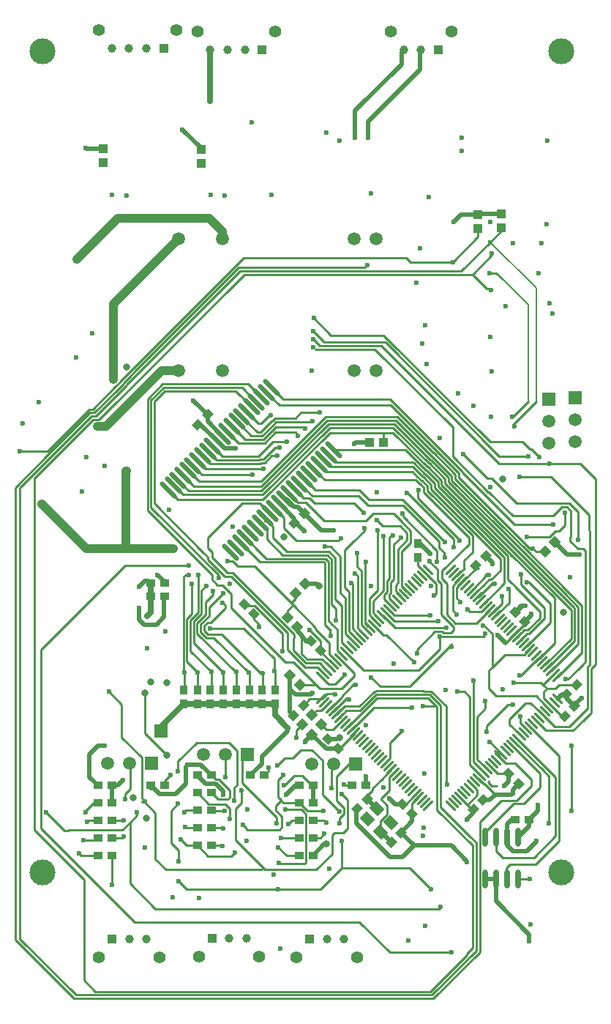
<source format=gbl>
%FSDAX23Y23*%
%MOIN*%
%SFA1B1*%

%IPPOS*%
%AMD28*
4,1,4,0.000000,-0.027700,0.027700,0.000000,0.000000,0.027700,-0.027700,0.000000,0.000000,-0.027700,0.0*
%
%AMD81*
4,1,4,-0.000600,0.027100,-0.027100,0.000600,0.000600,-0.027100,0.027100,-0.000600,-0.000600,0.027100,0.0*
%
%AMD82*
4,1,4,-0.027100,-0.000600,-0.000600,-0.027100,0.027100,0.000600,0.000600,0.027100,-0.027100,-0.000600,0.0*
%
%AMD83*
4,1,4,0.035400,-0.003500,-0.003500,0.035400,-0.035400,0.003500,0.003500,-0.035400,0.035400,-0.003500,0.0*
%
%AMD84*
4,1,4,0.024300,0.016000,0.016000,0.024300,-0.024300,-0.016000,-0.016000,-0.024300,0.024300,0.016000,0.0*
1,1,0.011810,0.020200,0.020200*
1,1,0.011810,-0.020200,-0.020200*
%
%AMD85*
4,1,4,-0.016000,0.024300,-0.024300,0.016000,0.016000,-0.024300,0.024300,-0.016000,-0.016000,0.024300,0.0*
1,1,0.011810,-0.020200,0.020200*
1,1,0.011810,0.020200,-0.020200*
%
%AMD86*
4,1,4,-0.027700,0.000000,0.000000,-0.027700,0.027700,0.000000,0.000000,0.027700,-0.027700,0.000000,0.0*
%
%AMD87*
4,1,4,0.020900,-0.036100,0.036100,-0.020900,-0.020900,0.036100,-0.036100,0.020900,0.020900,-0.036100,0.0*
1,1,0.021650,0.028500,-0.028500*
1,1,0.021650,-0.028500,0.028500*
%
%ADD10R,0.037400X0.039370*%
%ADD12R,0.039370X0.039370*%
%ADD13R,0.039370X0.039370*%
%ADD17R,0.039370X0.037400*%
%ADD20O,0.023620X0.086610*%
G04~CAMADD=28~10~0.0~393.7~0.0~0.0~0.0~0.0~0~0.0~0.0~0.0~0.0~0~0.0~0.0~0.0~0.0~0~0.0~0.0~0.0~225.0~393.7~0.0*
%ADD28D28*%
%ADD41C,0.009840*%
%ADD42C,0.019690*%
%ADD43C,0.010000*%
%ADD44C,0.039370*%
%ADD45C,0.031500*%
%ADD46C,0.027560*%
%ADD60C,0.055120*%
%ADD61C,0.039370*%
%ADD62R,0.059060X0.059060*%
%ADD63C,0.059060*%
%ADD64C,0.118110*%
%ADD65R,0.059060X0.059060*%
%ADD66C,0.031500*%
%ADD67C,0.023620*%
%ADD69C,0.007870*%
G04~CAMADD=81~9~0.0~0.0~374.0~393.7~0.0~0.0~0~0.0~0.0~0.0~0.0~0~0.0~0.0~0.0~0.0~0~0.0~0.0~0.0~45.0~542.0~541.0*
%ADD81D81*%
G04~CAMADD=82~9~0.0~0.0~374.0~393.7~0.0~0.0~0~0.0~0.0~0.0~0.0~0~0.0~0.0~0.0~0.0~0~0.0~0.0~0.0~135.0~542.0~541.0*
%ADD82D82*%
G04~CAMADD=83~9~0.0~0.0~551.2~452.8~0.0~0.0~0~0.0~0.0~0.0~0.0~0~0.0~0.0~0.0~0.0~0~0.0~0.0~0.0~315.0~708.0~707.0*
%ADD83D83*%
G04~CAMADD=84~3~0.0~0.0~118.1~689.0~0.0~0.0~0~0.0~0.0~0.0~0.0~0~0.0~0.0~0.0~0.0~0~0.0~0.0~0.0~315.0~520.0~520.0*
%ADD84D84*%
G04~CAMADD=85~3~0.0~0.0~118.1~689.0~0.0~0.0~0~0.0~0.0~0.0~0.0~0~0.0~0.0~0.0~0.0~0~0.0~0.0~0.0~45.0~520.0~520.0*
%ADD85D85*%
G04~CAMADD=86~10~0.0~393.7~0.0~0.0~0.0~0.0~0~0.0~0.0~0.0~0.0~0~0.0~0.0~0.0~0.0~0~0.0~0.0~0.0~135.0~393.7~0.0*
%ADD86D86*%
G04~CAMADD=87~3~0.0~0.0~216.5~1023.6~0.0~0.0~0~0.0~0.0~0.0~0.0~0~0.0~0.0~0.0~0.0~0~0.0~0.0~0.0~225.0~786.0~786.0*
%ADD87D87*%
%ADD88C,0.011810*%
%LNapb-1*%
%LPD*%
G54D10*
X01036Y01687D03*
Y01624D03*
X01099Y01687D03*
Y01624D03*
X01158Y01687D03*
Y01624D03*
X01217Y01687D03*
Y01624D03*
X01276Y01687D03*
Y01624D03*
X01335Y01687D03*
Y01624D03*
X01394Y01687D03*
Y01624D03*
X01453Y01687D03*
Y01624D03*
X02103Y02355D03*
Y02292D03*
G54D12*
X02378Y03851D03*
Y03788D03*
X01116Y04086D03*
Y04149D03*
X00669Y04087D03*
Y04150D03*
X02484Y03855D03*
Y03792D03*
G54D13*
X01945Y02816D03*
X01882D03*
X02197Y04603D03*
X01394D03*
X00945Y04607D03*
X01610Y00556D03*
X00710Y00555D03*
X01165Y00557D03*
G54D17*
X01803Y01256D03*
X01866D03*
X01626D03*
X01563D03*
X01626Y01176D03*
X01563D03*
Y01096D03*
X01626D03*
Y01016D03*
X01563D03*
Y00936D03*
X01626D03*
X01100Y00980D03*
X01163D03*
Y01060D03*
X01100D03*
Y01140D03*
X01163D03*
Y01220D03*
X01100D03*
X01163Y01300D03*
X01100D03*
X00886Y01254D03*
X00949D03*
X00646Y00934D03*
X00709D03*
Y01014D03*
X00646D03*
Y01094D03*
X00709D03*
Y01254D03*
X00646D03*
X00949Y02174D03*
X00886D03*
X00949Y02115D03*
X00886D03*
X02547Y01099D03*
X02610D03*
X00709Y01174D03*
X00646D03*
X01340Y01300D03*
X01403D03*
G54D20*
X02559Y00828D03*
X02509D03*
X02459D03*
X02409D03*
X02559Y01017D03*
X02509D03*
X02459D03*
X02409D03*
G54D28*
X01545Y02128D03*
X01589Y02173D03*
X02727Y02362D03*
X02683Y02317D03*
X01576Y01530D03*
X01621Y01574D03*
X01664Y01531D03*
X01620Y01486D03*
G54D41*
X02725Y02103D02*
Y02108D01*
X02528Y02304D02*
X02725Y02108D01*
X02613Y02332D02*
X02628D01*
X02557Y02388D02*
X02613Y02332D01*
X02512Y02279D02*
Y02298D01*
X02503Y02307D02*
X02512Y02298D01*
X02512Y02279D02*
X02512Y02279D01*
X02426Y02214D02*
X02427Y02213D01*
X02380Y02110D02*
X02443Y02174D01*
X02377Y02110D02*
X02380D01*
X02427Y02213D02*
X02427D01*
X02443Y02174D02*
X02452D01*
X02402Y02166D02*
X02426Y02190D01*
X02437*
X00605Y02965D02*
X00611D01*
X00415Y02775D02*
X00605Y02965D01*
X00611Y02950D02*
X00617D01*
X00421Y02760D02*
X00611Y02950D01*
X00618Y02934D02*
X00624D01*
X00428Y02744D02*
X00618Y02934D01*
X01312Y03579D02*
X02353D01*
X00651Y02918D02*
X01312Y03579D01*
X00624Y02918D02*
X00651D01*
X00434Y02728D02*
X00624Y02918D01*
X00358Y02652D02*
X00434Y02728D01*
X00358Y01050D02*
Y02652D01*
Y01050D02*
X00583Y00826D01*
Y00367D02*
Y00826D01*
Y00367D02*
X00634Y00316D01*
X02161*
X02327Y00482*
Y00488*
X02354Y00515*
Y00980*
X02191Y01142D02*
X02354Y00980D01*
X02191Y01142D02*
Y01612D01*
X02187Y01616D02*
X02191Y01612D01*
X00291Y02607D02*
X00428Y02744D01*
X00271Y02609D02*
X00421Y02760D01*
X00291Y02775D02*
X00415D01*
X00291Y00554D02*
Y02607D01*
X00624Y02934D02*
X00637D01*
X00271Y00552D02*
Y02609D01*
X00617Y02950D02*
X00631D01*
X00611Y02965D02*
X00624D01*
X02341Y01022D02*
X02369Y00994D01*
X02207Y01156D02*
X02341Y01022D01*
X00741Y03038D02*
X00778Y03075D01*
X00637Y02934D02*
X00741Y03038D01*
X00800Y03100D02*
X00834Y03134D01*
X00778Y03078D02*
X00800Y03100D01*
X00834Y03134D02*
X01294Y03594D01*
X00735Y03054D02*
X00762Y03081D01*
X00631Y02950D02*
X00735Y03054D01*
X00793Y03116D02*
X00818Y03141D01*
X00762Y03085D02*
X00793Y03116D01*
X00818Y03141D02*
X01287Y03610D01*
X01297D02*
X01859D01*
X01287D02*
X01297D01*
X00728Y03070D02*
X00746Y03088D01*
X00624Y02965D02*
X00728Y03070D01*
X00787Y03132D02*
X00802Y03147D01*
X00746Y03091D02*
X00787Y03132D01*
X00802Y03147D02*
X01281Y03626D01*
X01311Y03656*
X02070Y03635D02*
X02263D01*
X02049Y03656D02*
X02070Y03635D01*
X01311Y03656D02*
X02049D01*
X00746Y03088D02*
Y03091D01*
X01695Y02004D02*
X01711Y01988D01*
X01695Y02004D02*
Y02045D01*
X01339Y02360D02*
X01371Y02327D01*
X02301Y03594D02*
X02433Y03726D01*
X01294Y03594D02*
X02301D01*
X00778Y03075D02*
Y03078D01*
X00291Y00554D02*
X00545Y00300D01*
X02167*
X02369Y00502*
Y00994*
X02207Y01156D02*
Y01618D01*
X02158Y01667D02*
X02207Y01618D01*
X01912Y01667D02*
X02158D01*
X01839Y01594D02*
X01912Y01667D01*
X01778Y01594D02*
X01839D01*
X01747Y01563D02*
X01778Y01594D01*
X01859Y03610D02*
X01872Y03623D01*
X00762Y03081D02*
Y03085D01*
X00271Y00552D02*
X00538Y00284D01*
X02174*
X02385Y00496*
Y01089*
X02482Y01186*
X02554*
X02620Y01252*
Y01283*
X02548Y01355D02*
X02620Y01283D01*
X02502Y01355D02*
X02548D01*
X02475Y01382D02*
X02502Y01355D01*
X01976Y00494D02*
X02255D01*
X01838Y00632D02*
X01976Y00494D01*
X00812Y00632D02*
X01838D01*
X00745Y00699D02*
X00812Y00632D01*
X00385Y01059D02*
X00745Y00699D01*
X00385Y01059D02*
Y01871D01*
X00770Y02256*
X02834Y02372D02*
Y02498D01*
X02793Y02539D02*
X02834Y02498D01*
X02553Y02539D02*
X02793D01*
X02441Y02652D02*
X02553Y02539D01*
X02421Y02652D02*
X02441D01*
X02311Y02762D02*
X02421Y02652D01*
X02442Y01792D02*
Y01944D01*
Y01792D02*
X02499Y01849D01*
X02427Y01777D02*
X02442Y01792D01*
X02404Y01983D02*
X02442Y01944D01*
X02401Y01983D02*
X02404D01*
X02502Y01901D02*
X02544Y01943D01*
X02412Y02214D02*
X02426D01*
X02411Y02213D02*
X02412Y02214D01*
X02453Y02173D02*
Y02173D01*
X02452Y02174D02*
X02453Y02173D01*
X00845Y01181D02*
X00856D01*
X00845D02*
X00847Y01179D01*
X00769Y01194D02*
X00770Y01193D01*
X00770*
X00769Y01194D02*
Y01214D01*
X01163Y01300D02*
X01182Y01280D01*
X01198*
X01245Y01233*
Y01198D02*
Y01233D01*
X01238Y01191D02*
X01245Y01198D01*
X01192Y01191D02*
X01238D01*
X01163Y01220D02*
X01192Y01191D01*
X00792Y01086D02*
X00824Y01119D01*
Y01133*
X00908Y00919D02*
X00956Y00871D01*
X00908Y00919D02*
Y01129D01*
X00859Y01491D02*
X00960Y01391D01*
X00859Y01491D02*
Y01675D01*
X01525Y02086D02*
X01545Y02106D01*
X01360Y02251D02*
X01525Y02086D01*
X01535Y02076*
X01545Y02106D02*
Y02128D01*
X01509Y02050D02*
X01535Y02076D01*
X01509Y02019D02*
Y02050D01*
X01689Y02301D02*
X01693D01*
X01711Y02283*
X01689Y02301D02*
X01689Y02301D01*
X01699Y02317D02*
X01727Y02289D01*
X01727*
X01696Y02317D02*
X01699D01*
X01706Y02341D02*
X01751Y02296D01*
X01681Y02341D02*
X01706D01*
X01731Y02006D02*
Y02058D01*
X01711Y02077D02*
X01731Y02058D01*
X01264Y02218D02*
X01264D01*
X01261Y02220D02*
X01264Y02218D01*
X01238Y02220D02*
X01261D01*
X01648Y01791D02*
X01677Y01762D01*
X01590Y01791D02*
X01648D01*
X01511Y01870D02*
X01590Y01791D01*
X01511Y01870D02*
Y01920D01*
X01301Y02157D02*
X01367Y02092D01*
X01300Y02159D02*
X01301Y02157D01*
X01224Y02204D02*
X01254D01*
X01146Y02282D02*
X01224Y02204D01*
X01146Y02282D02*
Y02294D01*
X01128Y02313D02*
X01146Y02294D01*
X00904Y02734D02*
Y03001D01*
X00951Y03048*
X01274*
X01286Y03036*
X01238Y02275D02*
X01259D01*
X01283Y02251*
X01360*
X01487Y01865D02*
Y01945D01*
X01361Y02072D02*
X01487Y01945D01*
X01319Y02072D02*
X01361D01*
X01313Y02078D02*
X01319Y02072D01*
X01213Y02166D02*
X01253Y02126D01*
Y02123D02*
Y02126D01*
Y02062D02*
Y02123D01*
X01166Y02292D02*
X01238Y02220D01*
X01166Y02292D02*
Y02315D01*
X01307Y02175D02*
X01380Y02102D01*
X01593Y01811D02*
X01656D01*
X01536Y01868D02*
X01593Y01811D01*
X01536Y01868D02*
Y01870D01*
X01668Y01827D02*
X01705Y01790D01*
X01600Y01827D02*
X01668D01*
X01573Y01853D02*
X01600Y01827D01*
X01573Y01853D02*
Y01928D01*
X01575Y01931*
X01357Y02009D02*
Y02034D01*
X01601Y01139D02*
X01674D01*
X01563Y01176D02*
X01601Y01139D01*
X01466Y01201D02*
Y01277D01*
X01563Y01176D02*
X01563Y01176D01*
X01490Y01176D02*
X01563D01*
X01466Y01277D02*
X01489Y01301D01*
X00586Y01134D02*
X00626Y01174D01*
X00769Y01214D02*
X00792Y01237D01*
X00586Y01134D02*
X00589Y01131D01*
X00626Y01174D02*
X00646D01*
X00792Y01055D02*
Y01086D01*
X00756Y01051D02*
X00792Y01086D01*
X00410Y01132D02*
X00492Y01049D01*
X00511*
X00513Y01051*
X00756*
X00791Y01054D02*
X00792Y01055D01*
X00791Y01054D02*
X00792Y01053D01*
X01100Y01220D02*
X01150Y01169D01*
X01225*
X01246Y01148*
Y01102D02*
Y01148D01*
X01403Y01300D02*
X01423Y01319D01*
Y01336*
X00949Y01254D02*
Y01274D01*
X00976Y01300*
X01266Y01187D02*
Y01243D01*
X01242Y01449D02*
X01281Y01410D01*
X01095Y01449D02*
X01242D01*
X01010Y01364D02*
X01095Y01449D01*
X01266Y01187D02*
X01267Y01186D01*
X01266Y01243D02*
X01281Y01258D01*
Y01410*
X01010Y01317D02*
Y01364D01*
X02151Y01651D02*
X02187Y01616D01*
X02126D02*
X02187D01*
X02100Y01873D02*
X02181Y01955D01*
X02219Y01948D02*
X02253D01*
X02100Y01855D02*
Y01873D01*
X02181Y01955D02*
X02212D01*
X02219Y01948*
X02253D02*
X02266Y01961D01*
Y01974*
X02210Y02030D02*
X02266Y01974D01*
X02210Y02030D02*
Y02172D01*
X02194Y02188D02*
X02210Y02172D01*
X02136Y02222D02*
X02167Y02191D01*
X02185Y02173*
Y02125D02*
Y02173D01*
X02178Y02118D02*
X02185Y02125D01*
X02194Y02188D02*
Y02236D01*
X02182Y02248D02*
X02194Y02236D01*
X02182Y02248D02*
X02182D01*
X01964Y01137D02*
Y01163D01*
X02678Y01652D02*
Y01681D01*
Y01652D02*
X02711Y01619D01*
X02678Y01681D02*
X02692Y01695D01*
X02710Y02659D02*
X02884Y02485D01*
X02566Y02659D02*
X02710D01*
X02884Y02414D02*
Y02485D01*
X02856Y02333D02*
X02865Y02323D01*
X02759Y02520D02*
X02783D01*
X02832Y02333D02*
X02856D01*
X02798Y02366D02*
X02832Y02333D01*
X02798Y02366D02*
Y02384D01*
X02800Y02386*
Y02502*
X02783Y02520D02*
X02800Y02502D01*
X02720Y02480D02*
X02759Y02520D01*
X02537Y02480D02*
X02720D01*
X02427Y02589D02*
X02537Y02480D01*
X02262Y02752D02*
X02424Y02589D01*
X02262Y02752D02*
Y02884D01*
X02884Y02414D02*
X02885Y02413D01*
Y01803D02*
Y02413D01*
X02876Y01604D02*
Y01794D01*
X02885Y01803*
X02792Y01520D02*
X02876Y01604D01*
X02727Y01520D02*
X02792D01*
X02669Y01577D02*
X02727Y01520D01*
X02778Y01737D02*
X02788D01*
X02835Y01784*
X02664Y01723D02*
X02678Y01709D01*
X02540Y01723D02*
X02664D01*
X02628Y02331D02*
Y02332D01*
Y02331D02*
X02642Y02317D01*
X00709Y00803D02*
X00711Y00801D01*
X00709Y00803D02*
Y00934D01*
X02892Y01785D02*
X02913Y01806D01*
X02892Y01586D02*
Y01785D01*
X02913Y01806D02*
Y01823D01*
X02859Y01553D02*
X02892Y01586D01*
X01737Y01464D02*
X01745Y01472D01*
X01499Y01816D02*
X01535D01*
X01253Y02062D02*
X01499Y01816D01*
X01165Y02192D02*
Y02212D01*
X00872Y02505D02*
X01165Y02212D01*
X01656Y01811D02*
X01660Y01807D01*
X02103Y02255D02*
Y02292D01*
Y02255D02*
X02136Y02222D01*
X02262Y02051D02*
Y02162D01*
Y02051D02*
X02281Y02032D01*
X02262Y02162D02*
X02294Y02194D01*
X02279Y02107D02*
Y02151D01*
Y02107D02*
X02297Y02088D01*
X02279Y02151D02*
X02308Y02180D01*
X02191Y02271D02*
Y02322D01*
X02429Y01452D02*
X02433D01*
X02488Y01396*
X01204Y01969D02*
X01311D01*
X01330Y01949*
X01610Y01961D02*
X01660Y01912D01*
X01610Y01961D02*
Y01962D01*
X01611Y01962*
X01660Y01863D02*
Y01864D01*
Y01912*
X01667Y01647D02*
X01690Y01670D01*
X01663Y01647D02*
X01667D01*
X01499Y01144D02*
X01572D01*
X01582Y01134*
X00888Y02739D02*
Y03007D01*
X01303Y03064D02*
X01307Y03060D01*
X00945Y03064D02*
X01303D01*
X00888Y03007D02*
X00945Y03064D01*
X01331Y03081D02*
X01335Y03076D01*
X00939Y03081D02*
X01331D01*
X00872Y03013D02*
X00939Y03081D01*
X00872Y02755D02*
Y03013D01*
X02459Y02766D02*
X02473Y02751D01*
X02607*
X02614Y02784D02*
X02619D01*
X02657Y02747*
X02543Y02442D02*
X02720D01*
X02438Y02547D02*
X02543Y02442D01*
X02103Y02560D02*
Y02596D01*
X02105Y02598*
X02103Y02560D02*
X02292Y02370D01*
X02313Y02244D02*
X02315Y02243D01*
X02313Y02244D02*
Y02277D01*
X02235Y02032D02*
Y02173D01*
X02052Y02585D02*
X02055D01*
X02065Y02575*
X02774Y02437D02*
Y02494D01*
X02748Y02411D02*
X02774Y02437D01*
X02703Y02385D02*
X02730Y02411D01*
X02748*
X02601Y02385D02*
X02703D01*
X02642Y02317D02*
X02683D01*
X02313Y02277D02*
X02352Y02316D01*
X02371Y01993D02*
X02380Y02002D01*
X02274Y01993D02*
X02371D01*
X02235Y02032D02*
X02274Y01993D01*
X02411Y02204D02*
Y02213D01*
X02349Y02142D02*
X02411Y02204D01*
X02349Y02138D02*
Y02142D01*
X02642Y01660D02*
X02697Y01605D01*
X02461Y01660D02*
X02642D01*
X02427Y01694D02*
X02461Y01660D01*
X02427Y01694D02*
Y01777D01*
X02499Y01849D02*
X02589D01*
X02614Y01874*
X02651Y01832D02*
X02655D01*
X02574Y01755D02*
X02651Y01832D01*
X02567Y01755D02*
X02574D01*
X02514Y01622D02*
X02535D01*
X02418Y01525D02*
X02514Y01622D01*
X02570Y01537D02*
Y01568D01*
X01945Y02855D02*
X01949Y02859D01*
X01945Y02816D02*
Y02855D01*
X01876Y02528D02*
X02038D01*
X01833Y02571D02*
X01876Y02528D01*
X01881Y02554D02*
X02034D01*
X01836Y02598D02*
X01879Y02556D01*
X01881Y02554*
X02034D02*
X02075Y02513D01*
X01775Y02598D02*
X01836D01*
X02038Y02528D02*
X02068Y02497D01*
X01745Y02571D02*
X01833D01*
X01620Y01482D02*
Y01486D01*
X01816Y01493D02*
Y01494D01*
X01747Y01423D02*
X01816Y01493D01*
X02329Y01166D02*
X02373Y01210D01*
X02302Y01193D02*
X02329Y01166D01*
X02351Y01144*
X02373Y01210D02*
Y01233D01*
X02349Y01257D02*
X02373Y01233D01*
X02351Y01144D02*
X02356D01*
X02539Y01170D02*
X02585D01*
X02409Y01041D02*
X02539Y01170D01*
X02585D02*
X02661Y01246D01*
X02467Y01307D02*
X02517D01*
X02433Y01341D02*
X02467Y01307D01*
X02078Y01132D02*
Y01171D01*
Y01124D02*
Y01132D01*
X01962Y01123D02*
Y01135D01*
X01932Y01043D02*
X01934Y01041D01*
X01932Y01043D02*
Y01093D01*
X01962Y01123*
Y01135D02*
X01964Y01137D01*
X02203Y01932D02*
X02405D01*
X02520Y02086D02*
Y02147D01*
X02308Y02180D02*
X02370Y02242D01*
X02380*
X01505Y00936D02*
X01563D01*
X01468Y00973D02*
X01505Y00936D01*
X02203Y01876D02*
Y01932D01*
X02107Y01779D02*
X02203Y01876D01*
X01855Y01779D02*
X02107D01*
X01774Y01860D02*
X01855Y01779D01*
X02418Y01499D02*
Y01525D01*
X02378Y03750D02*
Y03788D01*
X02263Y03635D02*
X02378Y03750D01*
X02432Y03514D02*
X02438Y03507D01*
X02418Y03514D02*
X02432D01*
X02353Y03579D02*
X02418Y03514D01*
X02433Y03726D02*
X02484Y03777D01*
Y03792*
X02376Y03786D02*
X02378Y03788D01*
X02234Y01257D02*
X02235D01*
X02233Y01259D02*
X02234Y01257D01*
X02233Y01259D02*
Y01615D01*
X02164Y01683D02*
X02233Y01615D01*
X02129Y01683D02*
X02164D01*
X02128Y01684D02*
X02129Y01683D01*
X02441Y03667D02*
Y03676D01*
X02353Y03579D02*
X02441Y03667D01*
X02534Y02930D02*
X02535D01*
X02606Y03001*
X02538Y02896D02*
X02616Y02974D01*
X02617D02*
X02643Y03001D01*
X02802Y01138D02*
Y01433D01*
X02803Y01434*
X01566Y01711D02*
X01641D01*
X01647Y01704*
X02530Y01438D02*
X02661Y01308D01*
Y01246D02*
Y01308D01*
X02409Y01017D02*
Y01041D01*
X00907Y00692D02*
X02204D01*
X00792Y00807D02*
X00907Y00692D01*
X02431Y03584D02*
X02433Y03586D01*
X02461*
X02489Y03557*
X02524Y00895D02*
X02641D01*
X02746Y01000*
Y01389*
X02508Y00829D02*
X02509Y00828D01*
X02508Y00829D02*
Y00879D01*
X02524Y00895*
X02614Y01522D02*
X02746Y01389D01*
X02570Y01537D02*
X02600Y01508D01*
X01912Y01683D02*
X01913Y01684D01*
X01905Y01683D02*
X01912D01*
X01837Y01615D02*
X01905Y01683D01*
X01582Y01618D02*
X01611Y01647D01*
X01663*
X01660Y01863D02*
X01719Y01804D01*
X01811Y02365D02*
X01859Y02412D01*
Y02425*
X01812Y02539D02*
X01857Y02494D01*
X01632Y02539D02*
X01812D01*
X01943Y02435D02*
X01964D01*
X01915Y02463D02*
X01943Y02435D01*
X01866Y02458D02*
X01899Y02490D01*
X01814Y02458D02*
X01866D01*
X01964Y02435D02*
X01965Y02434D01*
X02022*
X02054Y02402*
X02452Y01410D02*
X02475Y01387D01*
Y01382D02*
Y01387D01*
X02030Y02319D02*
X02070Y02359D01*
X02030Y02202D02*
Y02319D01*
X02034Y02493D02*
X02036Y02491D01*
Y02477D02*
Y02491D01*
X01992Y02490D02*
X02025Y02458D01*
X01899Y02490D02*
X01992D01*
X02036Y02477D02*
X02191Y02322D01*
X02054Y02370D02*
Y02402D01*
X02012Y02328D02*
X02054Y02370D01*
X02012Y02176D02*
Y02328D01*
X02006Y02170D02*
X02012Y02176D01*
X02006Y02167D02*
Y02170D01*
X02002Y02162D02*
X02006Y02167D01*
X02002Y02138D02*
Y02162D01*
Y02138D02*
X02025Y02115D01*
Y02110D02*
Y02115D01*
X01719Y01591D02*
X01779Y01651D01*
X02028Y01970D02*
X02232D01*
X02701Y01083D02*
Y01295D01*
X02544Y01452D02*
X02676Y01320D01*
X02701Y01295*
X01575Y01530D02*
X01576D01*
X01918Y01651D02*
X02151D01*
X01788Y01522D02*
X01918Y01651D01*
X01904Y01609D02*
X02078D01*
X01802Y01508D02*
X01904Y01609D01*
X01802Y01508D02*
X01802D01*
X01978Y01448D02*
X02030Y01500D01*
X01978Y01382D02*
Y01448D01*
X01955Y01359D02*
X01978Y01382D01*
X01955Y01355D02*
Y01359D01*
X02632Y00926D02*
X02731Y01024D01*
X02489Y00924D02*
X02630D01*
X02632Y00926*
X02459Y00954D02*
X02489Y00924D01*
X02459Y00954D02*
Y01017D01*
X02559Y00828D02*
X02560Y00827D01*
X02612*
X02558Y01466D02*
X02731Y01293D01*
Y01024D02*
Y01293D01*
X02078Y01171D02*
X02108Y01201D01*
X02048Y01169D02*
X02095Y01215D01*
X02033Y01169D02*
X02048D01*
X02092Y02548D02*
X02265Y02375D01*
X02065Y02575D02*
Y02575D01*
Y02575D02*
X02092Y02548D01*
X02092*
X02292Y02368D02*
Y02370D01*
X02265Y02338D02*
Y02375D01*
Y02338D02*
X02266Y02337D01*
X01697Y01714D02*
X01728D01*
X01771Y01758*
X01663Y01749D02*
X01697Y01714D01*
X01913Y01684D02*
X02128D01*
X02589Y01989D02*
Y01998D01*
X02544Y01943D02*
X02589Y01989D01*
X02748Y01712D02*
X02826D01*
X02731Y01695D02*
X02748Y01712D01*
X02692Y01695D02*
X02731D01*
X02678Y01709D02*
X02692Y01695D01*
X02678Y01709D02*
Y01716D01*
X02724Y01762*
X02725*
X00856Y01181D02*
X00908Y01129D01*
X01767Y01256D02*
X01803D01*
X01765Y01259D02*
X01767Y01256D01*
X01995Y02001D02*
X02196D01*
X01969Y02055D02*
X01996Y02028D01*
X02159*
X01808Y01711D02*
X01819D01*
X01690Y01670D02*
X01727D01*
X01728Y01668*
X01657Y01695D02*
X01743D01*
X01733Y01577D02*
X01770Y01615D01*
X01837*
X01705Y01605D02*
X01755Y01655D01*
Y01657*
X01808Y01711*
X01270Y00949D02*
D01*
X01299Y01175D02*
Y01232D01*
X01273Y01149D02*
X01299Y01175D01*
X01273Y01006D02*
Y01149D01*
X01100Y00980D02*
X01148Y00932D01*
X01253*
X01270Y00949*
X01303Y01370D02*
X01327Y01394D01*
X01303Y01264D02*
Y01370D01*
Y01264D02*
X01413Y01154D01*
X01466Y01201D02*
X01479Y01187D01*
X01490Y01176*
X01479Y01186D02*
Y01187D01*
X01455Y01161D02*
X01479Y01186D01*
X01455Y01141D02*
Y01161D01*
Y01141D02*
X01484Y01112D01*
Y01066D02*
Y01112D01*
Y01066D02*
X01484Y01065D01*
X01473Y01053D02*
X01484Y01065D01*
X01324Y01053D02*
X01473D01*
X01324D02*
Y01057D01*
X01306Y01075D02*
X01324Y01057D01*
X01534Y01379D02*
X01571Y01416D01*
X01620*
X01669Y01368*
Y01287D02*
Y01368D01*
X01496Y01379D02*
X01534D01*
X01463Y01345D02*
X01496Y01379D01*
X01493Y01256D02*
X01494Y01255D01*
X01497*
X01541Y01298D02*
X01578D01*
X01497Y01255D02*
X01541Y01298D01*
X01578D02*
X01620Y01256D01*
X01550Y01505D02*
X01575Y01530D01*
X01550Y01473D02*
Y01505D01*
X01576Y01511D02*
Y01530D01*
X01937Y01196D02*
X01974Y01233D01*
X01937Y01190D02*
X01964Y01163D01*
X01937Y01190D02*
Y01196D01*
X01873Y01192D02*
Y01209D01*
X01897Y01233*
Y01241*
X01939Y01282*
X01983Y01327*
X01974Y01233D02*
Y01290D01*
X01997Y01313*
X00754Y01472D02*
X00845Y01382D01*
Y01198D02*
Y01382D01*
Y01198D02*
X00861Y01181D01*
X00754Y01472D02*
Y01623D01*
X00695Y01682D02*
X00754Y01623D01*
X01163Y00980D02*
X01207D01*
X01207Y00979*
X01213*
X02156Y02273D02*
X02182Y02248D01*
X02156Y02273D02*
Y02274D01*
X02157Y02274*
X01357Y02009D02*
X01379Y01987D01*
Y01976D02*
Y01987D01*
G54D42*
X02029Y04592D02*
X02040Y04603D01*
X02029Y04535D02*
Y04592D01*
X02465Y01938D02*
X02502Y01901D01*
X02412Y02299D02*
X02443Y02268D01*
Y02262D02*
Y02268D01*
X01216Y01213D02*
Y01228D01*
X01045Y01261D02*
Y01339D01*
X01054Y01349*
X00999Y01215D02*
X01045Y01261D01*
X00925Y01215D02*
X00999D01*
X00886Y01254D02*
X00925Y01215D01*
X01223Y02787D02*
X01274D01*
X01190Y02821D02*
X01223Y02787D01*
X01642Y02173D02*
X01652Y02163D01*
X01589Y02173D02*
X01642D01*
X01663Y02414D02*
X01719D01*
X01585Y02492D02*
X01663Y02414D01*
X01394Y01353D02*
Y01385D01*
Y01353D02*
X01394D01*
X01340Y01300D02*
X01394Y01353D01*
X02034Y00929D02*
X02085Y00980D01*
X01976Y00929D02*
X02034D01*
X01822Y01083D02*
X01976Y00929D01*
X01822Y01083D02*
Y01141D01*
X01828Y01148*
X01974Y01196D02*
X02001Y01169D01*
X02033*
X02818Y01622D02*
X02850Y01653D01*
X02818Y01614D02*
Y01622D01*
X01935Y01041D02*
X01982Y00994D01*
X01677Y00987D02*
X01685D01*
X01626Y00936D02*
X01677Y00987D01*
X01626Y01176D02*
Y01256D01*
X01694Y01464D02*
X01737D01*
X01687Y01420D02*
X01739D01*
X01620Y01486D02*
X01687Y01420D01*
X01575Y01931D02*
Y01935D01*
X01554Y01957D02*
X01575Y01935D01*
X01554Y01957D02*
Y01975D01*
X00949Y02174D02*
Y02180D01*
X00859Y02185D02*
X00875D01*
X00886Y02174*
X01548Y02447D02*
X01585Y02410D01*
X01541Y02447D02*
X01548D01*
X00737Y01254D02*
X00760Y01277D01*
X00709Y01254D02*
X00737D01*
X00709Y01174D02*
Y01254D01*
X01055Y01348D02*
X01114D01*
X01054Y01349D02*
X01055Y01348D01*
X01114D02*
X01163Y01300D01*
X01575Y01931D02*
X01597Y01909D01*
X01616*
X01502Y01211D02*
X01548Y01256D01*
X01563*
X01184Y01260D02*
X01216Y01228D01*
X01137Y01260D02*
X01184D01*
X01100Y01297D02*
X01137Y01260D01*
X01100Y01297D02*
Y01300D01*
X01081Y03004D02*
Y03005D01*
Y03004D02*
X01145Y02940D01*
X01114Y02896D02*
X01190Y02821D01*
X01100Y02896D02*
X01114D01*
X01145Y02910D02*
X01212Y02843D01*
X01145Y02910D02*
Y02940D01*
X02783Y02306D02*
X02840D01*
X02727Y02362D02*
X02783Y02306D01*
X02619Y02027D02*
Y02035D01*
X02589Y01998D02*
X02619Y02027D01*
X01814Y02809D02*
X01821Y02816D01*
X01882*
X00833Y02009D02*
Y02062D01*
Y02009D02*
X00858Y01984D01*
X00947Y02113D02*
X00949Y02115D01*
X00947Y02020D02*
Y02113D01*
X00912Y01984D02*
X00947Y02020D01*
X00858Y01984D02*
X00912D01*
X01521Y01656D02*
Y01692D01*
X01546Y01667*
X01521Y01589D02*
X01537Y01573D01*
X01521Y01589D02*
Y01655D01*
X01616Y01668D02*
X01624Y01676D01*
X01573Y01668D02*
X01616D01*
X01572Y01667D02*
X01573Y01668D01*
X01546Y01667D02*
X01572D01*
X01521Y01692D02*
Y01693D01*
Y01755*
X01521Y01655D02*
X01521Y01656D01*
X01589Y01456D02*
X01620Y01486D01*
X01589Y01451D02*
Y01456D01*
X02531Y01213D02*
X02536Y01218D01*
X02456Y01213D02*
X02531D01*
X02431Y01188D02*
X02456Y01213D01*
X02400Y01188D02*
X02431D01*
X02325Y01099D02*
X02356Y01130D01*
Y01144*
X02536Y01236D02*
X02562Y01262D01*
X02536Y01218D02*
Y01236D01*
X02517Y01270D02*
Y01307D01*
X02498Y01251D02*
X02517Y01270D01*
X02650Y01139D02*
Y01165D01*
X02610Y01099D02*
X02650Y01139D01*
X02643Y00999D02*
Y01002D01*
X02599Y00955D02*
X02643Y00999D01*
X02535Y00955D02*
X02599D01*
X02509Y00980D02*
X02535Y00955D01*
X02509Y00980D02*
Y01017D01*
X02459Y00727D02*
X02611Y00575D01*
Y00544D02*
Y00575D01*
X02459Y00727D02*
Y00828D01*
X02409D02*
X02459D01*
X02085Y00980D02*
X02246D01*
X02026Y01039D02*
X02085Y00980D01*
X02078Y01090D02*
Y01124D01*
X02026Y01039D02*
X02078Y01090D01*
X02572Y02070D02*
X02593D01*
X02545Y02043D02*
X02572Y02070D01*
X02550Y02043D02*
X02575Y02068D01*
X02545Y02043D02*
X02550D01*
X02113Y02355D02*
X02160Y02309D01*
X02103Y02355D02*
X02113D01*
X00594Y04150D02*
X00669D01*
X00589Y04155D02*
X00594Y04150D01*
X01116Y04149D02*
Y04154D01*
X01031Y04239D02*
X01116Y04154D01*
X02610Y01068D02*
Y01099D01*
X02559Y01017D02*
X02610Y01068D01*
X02509Y01017D02*
Y01078D01*
X02509Y01079D02*
X02509Y01078D01*
X02509Y01079D02*
X02530Y01099D01*
X02547*
X01934Y01041D02*
X01935D01*
X01873Y01191D02*
Y01192D01*
Y01191D02*
X01918Y01147D01*
X01541Y02447D02*
Y02469D01*
X01474Y02537D02*
X01541Y02469D01*
X01557Y02520D02*
X01585Y02492D01*
X01541Y02520D02*
X01557D01*
X01503Y02559D02*
X01541Y02520D01*
X01496Y02559D02*
X01503D01*
X01818Y04325D02*
X02029Y04535D01*
X01818Y04201D02*
Y04325D01*
X02114Y04513D02*
Y04603D01*
X01875Y04274D02*
X02114Y04513D01*
X01875Y04200D02*
Y04274D01*
X02740Y01648D02*
X02760Y01668D01*
X02781*
Y01650D02*
Y01668D01*
Y01650D02*
X02818Y01614D01*
X00832Y02158D02*
X00859Y02185D01*
X02382Y03855D02*
X02484D01*
X02378Y03851D02*
X02382Y03855D01*
X02300Y03851D02*
X02378D01*
X02266Y03817D02*
X02300Y03851D01*
X02246Y00980D02*
X02257D01*
X02328Y00909*
X02325Y00906D02*
X02328Y00909D01*
X01394Y01385D02*
X01511Y01503D01*
Y01516*
X00608Y01293D02*
X00646Y01254D01*
X00608Y01293D02*
Y01394D01*
X00648Y01434*
X00675*
X00916Y02213D02*
X00949Y02180D01*
X01866Y01256D02*
Y01296D01*
X01867Y01296*
X01868*
G54D43*
X02849Y02068D02*
Y02073D01*
X02788Y02134D02*
X02849Y02073D01*
X02834Y02061D02*
Y02066D01*
X02772Y02128D02*
X02834Y02066D01*
X02818Y02054D02*
Y02060D01*
X02756Y02121D02*
X02818Y02060D01*
X02683Y01804D02*
X02802Y01923D01*
Y02053*
X02740Y02115D02*
X02802Y02053D01*
X02544Y02311D02*
X02740Y02115D01*
X02431Y02424D02*
X02544Y02311D01*
X02227Y02628D02*
X02431Y02424D01*
X02227Y02628D02*
Y02646D01*
Y02649*
X02155Y02720D02*
X02227Y02649D01*
X02152Y02720D02*
X02155D01*
X01998Y02875D02*
X02152Y02720D01*
X01990Y02883D02*
X01998Y02875D01*
X01703Y02883D02*
X01990D01*
X01398Y02578D02*
X01703Y02883D01*
X01032Y02578D02*
X01398D01*
X00989Y02620D02*
X01032Y02578D01*
X02655Y01832D02*
X02725Y01901D01*
Y02103*
X02560Y02317D02*
X02756Y02121D01*
X02447Y02430D02*
X02560Y02317D01*
X02576Y02324D02*
X02772Y02128D01*
X02463Y02437D02*
X02576Y02324D01*
X02592Y02331D02*
X02788Y02134D01*
X02479Y02443D02*
X02592Y02331D01*
X02243Y02635D02*
X02447Y02430D01*
X02258Y02642D02*
X02463Y02437D01*
X02274Y02648D02*
X02479Y02443D01*
X02195Y02615D02*
X02503Y02307D01*
X02163Y02602D02*
X02480Y02285D01*
X02496Y02285D02*
Y02291D01*
X02496Y02174D02*
Y02285D01*
X02405Y02083D02*
X02496Y02174D01*
Y02285D02*
X02496Y02285D01*
X02480Y02233D02*
Y02285D01*
X02437Y02190D02*
X02480Y02233D01*
X01719Y02782D02*
X02046D01*
X02139Y02689*
X02142*
X02195Y02636*
Y02615D02*
Y02636D01*
X02512Y02192D02*
Y02279D01*
Y02192D02*
X02529Y02175D01*
X02529*
X02545Y02160*
Y02159D02*
Y02160D01*
Y02159D02*
X02660Y02044D01*
Y02016D02*
Y02044D01*
X02604Y01960D02*
X02660Y02016D01*
X02588Y01960D02*
X02604D01*
X02558Y01929D02*
X02588Y01960D01*
X02179Y02609D02*
X02384Y02404D01*
X02496Y02291*
X02179Y02626D02*
Y02629D01*
Y02609D02*
Y02626D01*
X02081Y02724D02*
X02086Y02720D01*
X02133Y02673*
X02163Y02620D02*
Y02623D01*
Y02602D02*
Y02620D01*
X02079Y02704D02*
X02086Y02697D01*
X02126Y02657*
X02243Y02635D02*
Y02653D01*
Y02655*
X02258Y02642D02*
Y02659D01*
Y02662*
X02274Y02648D02*
Y02666D01*
Y02669*
X02849Y01859D02*
Y02068D01*
X02834Y01899D02*
Y02061D01*
X02818Y01911D02*
Y02054D01*
X02528Y02299D02*
Y02304D01*
X02363Y02124D02*
Y02127D01*
X02402Y02166*
X02129Y02657D02*
X02163Y02623D01*
X02126Y02657D02*
X02129D01*
X01707Y02704D02*
X02079D01*
X01674Y02737D02*
X01707Y02704D01*
X01583Y02884D02*
X01589Y02878D01*
X01462Y02884D02*
X01583D01*
X01455D02*
X01462D01*
X01400Y02829D02*
X01455Y02884D01*
X01315Y02829D02*
X01400D01*
X01256Y02887D02*
X01315Y02829D01*
X01458Y02908D02*
X01622D01*
X01450Y02900D02*
X01458Y02908D01*
X01449Y02900D02*
X01450D01*
X01444Y02916D02*
X01452Y02924D01*
X01442Y02916D02*
X01444D01*
X01622Y02908D02*
X01624Y02910D01*
X01445Y02896D02*
X01449Y02900D01*
X01394Y02845D02*
X01445Y02896D01*
X01343Y02845D02*
X01394D01*
X01279Y02910D02*
X01343Y02845D01*
X01438Y02912D02*
X01442Y02916D01*
X01387Y02861D02*
X01438Y02912D01*
X01452Y02924D02*
X01454Y02926D01*
X01546D02*
X01570Y02950D01*
X01454Y02926D02*
X01546D01*
X01570Y02950D02*
X01657D01*
X01372Y02861D02*
X01387D01*
X01301Y02932D02*
X01372Y02861D01*
X01735Y01872D02*
X01760Y01846D01*
X01735Y01872D02*
Y01964D01*
X01711Y01988D02*
X01735Y01964D01*
X01695Y02045D02*
Y02273D01*
X01683Y02286D02*
X01695Y02273D01*
X01413Y02286D02*
X01683D01*
X01371Y02327D02*
X01413Y02286D01*
X01318Y02381D02*
X01339Y02360D01*
X01508Y02317D02*
X01696D01*
X01444Y02381D02*
X01508Y02317D01*
X01444Y02381D02*
Y02433D01*
X01407Y02470D02*
X01444Y02433D01*
X00770Y02256D02*
X01059D01*
X00956Y00871D02*
X01394D01*
X01487Y02301D02*
X01689D01*
X01384Y02270D02*
X01676D01*
X01679Y01985D02*
Y02266D01*
X01676Y02270D02*
X01679Y02266D01*
X01696Y02317D02*
Y02317D01*
X01696Y02317D02*
X01696Y02317D01*
X01727Y02101D02*
X01758Y02070D01*
X01727Y02101D02*
Y02289D01*
X01711Y02077D02*
Y02283D01*
X01295Y02359D02*
X01384Y02270D01*
X01679Y01985D02*
X01704Y01960D01*
X01758Y01905D02*
Y02070D01*
X01415Y02374D02*
X01487Y02301D01*
X01551Y02367D02*
X01741D01*
X01264Y02218D02*
X01307Y02175D01*
X01511Y01920D02*
Y01948D01*
X01367Y02092D02*
X01511Y01948D01*
X01254Y02204D02*
X01300Y02159D01*
X00904Y02537D02*
X01128Y02313D01*
X00904Y02537D02*
Y02734D01*
X01286Y03036D02*
X01346Y02977D01*
X01191Y02166D02*
X01213D01*
X01535Y02076D02*
X01637Y01973D01*
X01380Y02102D02*
X01541Y01940D01*
X01920Y02141D02*
Y02415D01*
X01883Y02104D02*
X01920Y02141D01*
X01883Y02030D02*
Y02104D01*
Y02030D02*
X01914Y01999D01*
X01899Y02093D02*
X01947Y02142D01*
X01899Y02042D02*
Y02093D01*
X01949Y02121D02*
X01963Y02135D01*
X01949Y02103D02*
Y02121D01*
X01974Y02194D02*
Y02383D01*
X01963Y02184D02*
X01974Y02194D01*
X01963Y02135D02*
Y02184D01*
X01974Y02383D02*
X01985Y02394D01*
X01974Y02124D02*
X01979Y02129D01*
X01974Y02106D02*
Y02124D01*
X01947Y02142D02*
Y02389D01*
X01979Y02177D02*
X01992Y02190D01*
X01979Y02129D02*
Y02177D01*
X01974Y02106D02*
X01997Y02083D01*
X01949Y02103D02*
X01983Y02069D01*
X01899Y02042D02*
X01928Y02013D01*
X01992Y02190D02*
Y02350D01*
X02026Y02383*
X00792Y01237D02*
Y01349D01*
X00792Y00807D02*
Y01053D01*
X02865Y01817D02*
Y02323D01*
X01908Y03238D02*
X02262Y02884D01*
X02697Y01790D02*
X02818Y01911D01*
X02711Y01776D02*
X02834Y01899D01*
X02739Y01749D02*
X02849Y01859D01*
X01635Y03238D02*
X01908D01*
X02852Y01803D02*
X02865Y01817D01*
X01056Y02687D02*
X01106Y02637D01*
X01390*
X01683Y02931*
X02010*
X02172Y02768*
X02175*
X02274Y02669*
X02913Y01823D02*
Y02649D01*
X02809Y01504D02*
X02859Y01553D01*
X01011Y02643D02*
X01060Y02594D01*
X01391*
X01697Y02899*
X01996*
X02159Y02736*
X02162*
X02243Y02655*
X01034Y02665D02*
X01083Y02615D01*
X01391*
X01690Y02915*
X02003*
X02166Y02752*
X02168*
X02258Y02662*
X02703Y02717D02*
X02844D01*
X02913Y02649*
X02687Y01504D02*
X02809D01*
X02642Y01549D02*
X02687Y01504D01*
X01535Y01816D02*
X01641Y01711D01*
X01215Y02128D02*
X01215D01*
X01215Y02128*
X01215D02*
X01215D01*
X01152Y02065D02*
X01215Y02128D01*
X01214Y02086D02*
X01226Y02074D01*
Y02063D02*
Y02074D01*
X00888Y02518D02*
X01196Y02210D01*
X00888Y02518D02*
Y02739D01*
X01146Y02335D02*
X01166Y02315D01*
X01536Y01870D02*
Y01922D01*
X01541Y01927*
Y01940*
X01146Y02335D02*
Y02382D01*
X00872Y02505D02*
Y02755D01*
X01660Y01807D02*
X01691Y01776D01*
X01146Y02382D02*
X01302Y02539D01*
X01382*
X01429Y02492*
X02223Y02291D02*
X02225D01*
X02223Y02291D02*
X02223Y02291D01*
X02214Y02231D02*
X02336Y02353D01*
X02214Y02194D02*
Y02231D01*
Y02194D02*
X02235Y02173D01*
X02131Y02589D02*
Y02607D01*
Y02587D02*
Y02589D01*
Y02607D02*
Y02609D01*
X01442Y02819D02*
X01505D01*
X01375Y02752D02*
X01442Y02819D01*
X01381Y02735D02*
X01383Y02738D01*
X01387Y02719D02*
X01390Y02722D01*
X01214Y02752D02*
X01375D01*
X01383Y02738D02*
X01399D01*
X01390Y02722D02*
X01405D01*
X01167Y02798D02*
X01214Y02752D01*
X01399Y02738D02*
X01452Y02792D01*
X01474*
X01405Y02722D02*
X01437Y02754D01*
X01463*
X01123Y02754D02*
X01157Y02719D01*
X01387*
X01186Y02735D02*
X01381D01*
X01145Y02776D02*
X01186Y02735D01*
X01330Y01949D02*
X01450Y01830D01*
X01637Y01965D02*
X01701Y01901D01*
X01637Y01965D02*
Y01973D01*
X01165Y02192D02*
X01191Y02166D01*
X01152Y02024D02*
Y02065D01*
X01114Y01987D02*
X01152Y02024D01*
X01136Y02031D02*
Y02087D01*
X01098Y01993D02*
X01136Y02031D01*
X01118Y02035D02*
Y02140D01*
X01082Y02000D02*
X01118Y02035D01*
X01102Y02041D02*
Y02213D01*
X01067Y02006D02*
X01102Y02041D01*
X01074Y02036D02*
Y02173D01*
X01051Y02013D02*
X01074Y02036D01*
X01160Y01996D02*
X01226Y02063D01*
X01450Y01774D02*
Y01830D01*
X01157Y01969D02*
X01204D01*
X01209Y01942D02*
X01387Y01765D01*
X01146Y01942D02*
X01209D01*
X01146Y01996D02*
X01157D01*
X01130Y01980D02*
X01146Y01996D01*
X01130Y01958D02*
Y01980D01*
Y01958D02*
X01146Y01942D01*
X01174Y01926D02*
X01333Y01768D01*
X01114Y01951D02*
X01139Y01926D01*
X01114Y01951D02*
Y01987D01*
X01098Y01945D02*
X01272Y01772D01*
X01098Y01945D02*
Y01993D01*
X01082Y01903D02*
Y02000D01*
X01067Y01866D02*
Y02006D01*
X01051Y01818D02*
Y02013D01*
X01035Y01772D02*
Y02204D01*
X01272Y01772D02*
X01276D01*
X01082Y01903D02*
X01218Y01768D01*
X01067Y01866D02*
X01162Y01771D01*
X01051Y01818D02*
X01100Y01769D01*
X01035Y02204D02*
X01045Y02213D01*
X01035Y01772D02*
X01040Y01768D01*
X01139Y01926D02*
X01174D01*
X01582Y01134D02*
X01594Y01122D01*
X01531Y01096D02*
X01563D01*
X01514Y01079D02*
X01531Y01096D01*
X00605Y01094D02*
X00646D01*
X00598Y01087D02*
X00605Y01094D01*
X02473Y02717D02*
X02703D01*
X01936Y03254D02*
X02473Y02717D01*
X02581Y02817D02*
X02614Y02784D01*
X02306Y02679D02*
X02438Y02547D01*
X02306Y02679D02*
Y02682D01*
X02188Y02800D02*
X02306Y02682D01*
X02185Y02800D02*
X02188D01*
X01986Y03000D02*
X02185Y02800D01*
X01976Y03010D02*
X01986Y03000D01*
X02290Y02655D02*
Y02675D01*
X02181Y02784D02*
X02290Y02675D01*
X02179Y02784D02*
X02181D01*
X01979Y02984D02*
X02179Y02784D01*
X02149Y02704D02*
X02211Y02642D01*
X02146Y02704D02*
X02149D01*
X01991Y02859D02*
X02146Y02704D01*
X02135Y02673D02*
X02179Y02629D01*
X02133Y02673D02*
X02135D01*
X02147Y02613D02*
Y02616D01*
X02122Y02641D02*
X02147Y02616D01*
X02120Y02641D02*
X02122D01*
X02101Y02659D02*
X02120Y02641D01*
X02079Y02681D02*
X02101Y02659D01*
X02116Y02625D02*
X02131Y02609D01*
X02113Y02625D02*
X02116D01*
X02094Y02644D02*
X02113Y02625D01*
X01679Y02644D02*
X02094D01*
X02147Y02595D02*
Y02613D01*
X01685Y02681D02*
X02079D01*
X01731Y02724D02*
X02081D01*
X02211Y02622D02*
Y02642D01*
X01949Y02859D02*
X01991D01*
X01472Y02984D02*
X01979D01*
X01491Y03010D02*
X01976D01*
X01435Y03066D02*
X01491Y03010D01*
X02290Y02655D02*
X02557Y02388D01*
X02211Y02622D02*
X02528Y02304D01*
X02147Y02595D02*
X02352Y02391D01*
X02131Y02587D02*
X02336Y02383D01*
X01629Y02693D02*
X01679Y02644D01*
X02352Y02316D02*
Y02385D01*
Y02391*
X02280Y02208D02*
X02315Y02243D01*
X01412Y03043D02*
X01472Y02984D01*
X02336Y02353D02*
Y02383D01*
X01652Y02715D02*
X01685Y02681D01*
X02380Y02002D02*
X02433Y02055D01*
X02574Y02167D02*
Y02215D01*
Y02167D02*
X02681Y02060D01*
X02572Y01916D02*
X02600Y01944D01*
X02610*
X02681Y02015*
Y02060*
X02601Y02178D02*
X02609D01*
X02706Y02081*
Y01994D02*
Y02081D01*
X02600Y01888D02*
X02706Y01994D01*
X02519Y01556D02*
X02592Y01629D01*
X01702Y02859D02*
X01949D01*
X02433Y02817D02*
X02581D01*
X01947Y03303D02*
X02433Y02817D01*
X01708Y03303D02*
X01947D01*
X01629Y03382D02*
X01708Y03303D01*
X01955Y03270D02*
X02459Y02766D01*
X01678Y03270D02*
X01955D01*
X01653Y03295D02*
X01678Y03270D01*
X01653Y03295D02*
Y03295D01*
X01627Y03322D02*
X01653Y03295D01*
X01626Y03322D02*
X01627D01*
X01657Y03254D02*
X01936D01*
X01653Y03258D02*
X01657Y03254D01*
X01627Y03284D02*
X01653Y03258D01*
X02424Y01268D02*
X02428Y01272D01*
Y01276*
X02424Y01268D02*
X02428Y01272D01*
X02424Y01268D02*
X02439Y01253D01*
X02463*
X02407Y01262D02*
X02456Y01213D01*
X02404Y01262D02*
X02407D01*
X02381Y01285D02*
X02404Y01262D01*
X02377Y01285D02*
X02381D01*
X02461Y02027D02*
X02520Y02086D01*
X02257Y01886D02*
Y01897D01*
Y01895D02*
Y01897D01*
X02066Y01704D02*
X02257Y01895D01*
X02835Y01784D02*
X02852Y01801D01*
X01647Y01704D02*
X01657Y01695D01*
X01609Y02562D02*
X01632Y02539D01*
X02200Y02336D02*
X02226Y02310D01*
X02200Y02336D02*
Y02365D01*
X02068Y02497D02*
X02200Y02365D01*
X01623Y02571D02*
X01745D01*
X01568Y02626D02*
X01623Y02571D01*
X01563Y02626D02*
X01568D01*
X02075Y02513D02*
X02227Y02361D01*
X01635Y02598D02*
X01775D01*
X01585Y02648D02*
X01635Y02598D01*
X01741Y02367D02*
X01753Y02379D01*
X01678Y02458D02*
X01814D01*
X02070Y02359D02*
Y02412D01*
X02049Y02138D02*
X02053D01*
X02030Y02157D02*
X02049Y02138D01*
X02030Y02157D02*
Y02202D01*
X02025Y02458D02*
X02070Y02412D01*
X01594Y02541D02*
X01678Y02458D01*
X01558Y02541D02*
X01594D01*
X01518Y02581D02*
X01558Y02541D01*
X01983Y02069D02*
Y02069D01*
X01999Y01970D02*
X02028D01*
X01747Y01832D02*
X01813Y01765D01*
Y01753D02*
Y01765D01*
X01755Y01695D02*
X01813Y01753D01*
X01743Y01695D02*
X01743Y01695D01*
X01335Y03076D02*
X01390Y03021D01*
X01933Y01704D02*
X02066D01*
X01894Y01743D02*
X01933Y01704D01*
X01891Y01746D02*
X01894Y01743D01*
X01791Y02123D02*
X01791Y02123D01*
Y01955D02*
Y02123D01*
Y01955D02*
X01830Y01916D01*
X01791Y02123D02*
Y02135D01*
X02223Y02291D02*
Y02307D01*
X01773Y01944D02*
X01816Y01902D01*
X01773Y01944D02*
Y02107D01*
X01751Y02129D02*
X01773Y02107D01*
X01751Y02129D02*
Y02296D01*
X01770Y02324D02*
X01811Y02365D01*
X01770Y02155D02*
Y02324D01*
Y02155D02*
X01791Y02135D01*
X02761Y01569D02*
X02773D01*
X02711Y01619D02*
X02761Y01569D01*
X02447Y02041D02*
X02488Y02083D01*
Y02115*
X02411Y01605D02*
Y01637D01*
X02372Y01566D02*
X02411Y01605D01*
X02372Y01373D02*
Y01566D01*
X02355Y01732D02*
X02357Y01730D01*
Y01361D02*
Y01730D01*
X02282Y01681D02*
X02316D01*
X02341Y01656*
X02372Y01373D02*
X02419Y01327D01*
X02341Y01349D02*
X02391Y01299D01*
X02357Y01361D02*
X02405Y01313D01*
X02341Y01349D02*
Y01656D01*
X02618Y01629D02*
X02669Y01577D01*
X02592Y01629D02*
X02618D01*
X02519Y01533D02*
Y01556D01*
Y01533D02*
X02572Y01480D01*
X02614Y01870D02*
Y01874D01*
X01758Y01549D02*
X01760D01*
X01715Y01507D02*
X01758Y01549D01*
X01688Y01507D02*
X01715D01*
X01664Y01531D02*
X01688Y01507D01*
X01643Y01596D02*
X01664D01*
X01621Y01574D02*
X01643Y01596D01*
X01664D02*
X01687Y01619D01*
X01691*
X01470Y00902D02*
X01476Y00897D01*
X01588*
X01594Y00903*
X00979Y00991D02*
X00980Y00992D01*
X00979Y00991D02*
X01013Y00958D01*
X00980Y00992D02*
Y01139D01*
X01011Y01170*
X02067Y00877D02*
X02162Y00782D01*
X01755Y00877D02*
X02067D01*
X01659Y00780D02*
X01755Y00877D01*
X01468Y00780D02*
X01659D01*
X01051D02*
X01468D01*
X01014Y00818D02*
X01051Y00780D01*
X01013Y00908D02*
Y00958D01*
X01594Y00903D02*
Y01122D01*
X01078Y02709D02*
X01119Y02669D01*
X01350*
X01137Y02695D02*
X01401D01*
X01101Y02732D02*
X01137Y02695D01*
X01333Y01768D02*
X01334D01*
X01136Y02087D02*
X01171Y02122D01*
Y02138*
X01118Y02140D02*
X01141Y02163D01*
X01045Y02213D02*
X01060D01*
X01307Y03060D02*
X01368Y02999D01*
X01450Y01774D02*
X01453Y01772D01*
Y01687D02*
Y01772D01*
X01394Y01687D02*
X01397Y01690D01*
Y01765*
X01334Y01768D02*
X01335Y01767D01*
Y01687D02*
Y01767D01*
X01276Y01687D02*
D01*
Y01772*
X01217Y01687D02*
Y01767D01*
X01158Y01687D02*
X01162Y01691D01*
Y01771*
X01099Y01768D02*
X01100Y01769D01*
X01099Y01687D02*
Y01768D01*
X01036Y01687D02*
X01040Y01691D01*
Y01768*
X01227Y01291D02*
Y01394D01*
X01415Y02374D02*
Y02418D01*
X01385Y02448D02*
X01415Y02418D01*
X01758Y01905D02*
X01788Y01874D01*
X01941Y02027D02*
X01943D01*
X01999Y01970*
X01955Y02041D02*
X01995Y02001D01*
X02223Y02307D02*
X02226Y02310D01*
X01540Y02604D02*
X01582Y02562D01*
X01609*
X02415Y02069D02*
X02419D01*
X02392Y02046D02*
X02415Y02069D01*
X02339Y02046D02*
X02392D01*
X02331Y02054D02*
X02339Y02046D01*
X01704Y01960D02*
X01705Y01960D01*
X01704Y01937D02*
Y01960D01*
Y01937D02*
X01705Y01935D01*
X01701Y01850D02*
X01733Y01818D01*
X01701Y01850D02*
Y01901D01*
X01705Y01960D02*
X01707D01*
X01736Y01843D02*
X01747Y01832D01*
X01673Y01096D02*
X01686Y01084D01*
X01626Y01096D02*
X01673D01*
X01660Y01016D02*
X01678Y01034D01*
X01626Y01016D02*
X01660D01*
X01051Y00980D02*
X01100D01*
X01024Y01007D02*
X01051Y00980D01*
X01046Y01060D02*
X01100D01*
X01042Y01064D02*
X01046Y01060D01*
X01042Y01064D02*
Y01066D01*
X00571Y00934D02*
X00646D01*
X00559Y00946D02*
X00571Y00934D01*
X01214Y01060D02*
X01215Y01059D01*
X01163Y01060D02*
X01214D01*
X01045Y01140D02*
X01100D01*
X01039Y01133D02*
X01045Y01140D01*
X01163D02*
X01164Y01139D01*
X01223*
X00709Y01014D02*
X00755D01*
X00762Y01022*
X00638Y01006D02*
X00646Y01014D01*
X00580Y01006D02*
X00638D01*
X00709Y01094D02*
X00762D01*
X00764Y01096*
X01923Y02013D02*
X01928D01*
X01920Y02415D02*
X01921Y02414D01*
X01900Y01984D02*
Y01985D01*
Y01984D02*
X01945Y01939D01*
X01960*
X02085Y01814*
X01493Y02425D02*
X01551Y02367D01*
X01493Y02425D02*
Y02472D01*
X01451Y02514D02*
X01493Y02472D01*
X01736Y01843D02*
X01747Y01832D01*
X01696Y02759D02*
X01731Y02724D01*
X01397Y02555D02*
X01702Y02859D01*
X01010Y02555D02*
X01397D01*
X00967Y02598D02*
X01010Y02555D01*
X01557Y02846D02*
Y02849D01*
X01546Y02860D02*
X01557Y02849D01*
X01453Y02860D02*
X01546D01*
X01323Y02954D02*
X01375Y02902D01*
X01391*
X01427Y02939*
X01806Y02130D02*
Y02170D01*
X01801Y02175D02*
X01806Y02170D01*
X01829Y02128D02*
X01829Y02128D01*
X01829Y02128D02*
Y02207D01*
X01817Y02219D02*
X01829Y02207D01*
X01845Y02135D02*
Y02230D01*
X01827Y02248D02*
X01845Y02230D01*
X01827Y02248D02*
Y02310D01*
X01863Y01990D02*
Y02267D01*
X01865Y02270*
X01863Y01990D02*
X01874Y01979D01*
X01286Y02813D02*
X01407D01*
X01234Y02865D02*
X01286Y02813D01*
X01407D02*
X01453Y02860D01*
X01407Y02456D02*
Y02470D01*
X01845Y02135D02*
Y02140D01*
Y02135D02*
X01845Y02135D01*
Y01984D02*
Y02135D01*
Y01984D02*
X01872Y01957D01*
X01829Y01972D02*
Y02128D01*
Y01972D02*
X01858Y01943D01*
X01806Y02130D02*
Y02136D01*
Y02130D02*
X01807Y02130D01*
Y01967D02*
Y02130D01*
Y01967D02*
X01844Y01929D01*
X01755Y00877D02*
Y01002D01*
X01641Y00871D02*
X01713Y00943D01*
Y01029*
X01723Y01038*
X01763*
X01784Y01059D02*
Y01188D01*
X01768Y01125D02*
Y01150D01*
X01763Y01038D02*
X01784Y01059D01*
X01757Y01214D02*
X01784Y01188D01*
X01791Y01351D02*
X01819D01*
X01711Y01242D02*
Y01356D01*
Y01242D02*
X01712Y01242D01*
X01747Y01083D02*
Y01105D01*
X01768Y01125*
X01734Y01295D02*
X01791Y01351D01*
X01734Y01184D02*
X01768Y01150D01*
X01734Y01184D02*
Y01295D01*
X01743Y01695D02*
X01748D01*
X01755*
X01273Y01006D02*
X01408Y00871D01*
X01641*
X01481Y01015D02*
X01482Y01016D01*
X01524*
X01563*
X01413Y01154D02*
X01459Y01108D01*
Y01082D02*
Y01108D01*
X01669Y01211D02*
Y01287D01*
Y01211D02*
X01745Y01135D01*
G54D44*
X01212Y03741D02*
Y03775D01*
X01154Y03834D02*
X01212Y03775D01*
X00735Y03834D02*
X01154D01*
X00550Y03649D02*
X00735Y03834D01*
X00773Y02684D02*
X00775Y02686D01*
X00773Y02333D02*
Y02684D01*
Y02333D02*
X00991D01*
X00592D02*
X00773D01*
X00389Y02535D02*
X00592Y02333D01*
X00389Y02535D02*
D01*
X00716Y03445D02*
X01012Y03741D01*
X00716Y03100D02*
Y03445D01*
X00938Y03141D02*
X01012D01*
X00684Y02888D02*
X00938Y03141D01*
X00644Y02888D02*
X00684D01*
X00643D02*
X00644D01*
G54D45*
X00886Y01248D02*
Y01254D01*
G54D46*
X01158Y04369D02*
Y04603D01*
X00886Y02115D02*
D01*
Y02174*
X00869Y02024D02*
X00886Y02040D01*
Y02115*
X00933Y01522D02*
X01036Y01624D01*
X00933Y01501D02*
Y01522D01*
X01036Y01624D02*
X01099D01*
X01158*
X01217*
X01276*
X01335*
X01394*
X01453*
Y01574D02*
Y01624D01*
Y01574D02*
X01511Y01516D01*
G54D60*
X01981Y04686D03*
X02256D03*
X01099D03*
X01453D03*
X01004Y04690D03*
X00650D03*
X01827Y00473D03*
X01551D03*
X00926Y00472D03*
X00651D03*
X01381Y00474D03*
X01106D03*
G54D61*
X02040Y04603D03*
X02118D03*
X01158D03*
X01236D03*
X01315D03*
X00866Y04607D03*
X00788D03*
X00709D03*
X01768Y00556D03*
X01689D03*
X00867Y00555D03*
X00789D03*
X01322Y00557D03*
X01243D03*
G54D62*
X01327Y01394D03*
X00933Y01501D03*
X00890Y01355D03*
X01819Y01351D03*
G54D63*
X01227Y01394D03*
X01127D03*
X01912Y03141D03*
X01012D03*
X01212D03*
X01812D03*
X01012Y03741D03*
X01212D03*
X01812D03*
X01912D03*
X00790Y01355D03*
X00690D03*
X01719Y01351D03*
X01619D03*
X02701Y02813D03*
Y02913D03*
X02819Y02817D03*
Y02917D03*
G54D64*
X02755Y04594D03*
X00393D03*
Y00857D03*
X02755D03*
G54D65*
X02701Y03013D03*
X02819Y03017D03*
G54D66*
X02489Y02648D03*
X00866Y01104D03*
X00960Y01391D03*
X00859Y01675D03*
X00959Y01722D03*
X01493Y02384D03*
X00776Y03158D03*
X01652Y02163D03*
X00550Y03649D03*
X00806Y01199D03*
X02767Y02040D03*
X01685Y00987D03*
X01745Y01472D03*
X00991Y02333D03*
X00886Y01726D03*
G54D67*
X02427Y02213D03*
X02466Y01939D03*
X02401Y01983D03*
X02453Y02173D03*
X02443Y02262D03*
X00861Y01181D03*
X00770Y01193D03*
X01227Y01291D03*
X01216Y01213D03*
X00954Y01954D03*
X01681Y02341D03*
X01238Y02275D03*
X01247Y02173D03*
X01487Y01865D03*
X01889Y02162D03*
X02229Y01689D03*
X01719Y02414D03*
X00775Y02686D03*
X00304Y02903D03*
X00389Y02535D03*
X00375Y02997D03*
X00619Y03310D03*
X00677Y02709D03*
X00716Y03100D03*
X01489Y01301D03*
X00824Y01133D03*
X00589Y01131D03*
X01246Y01102D03*
X01423Y01336D03*
X00976Y01300D03*
X02126Y01616D03*
X02100Y01855D03*
X02232Y01970D03*
X01974Y01196D03*
X02850Y01653D03*
X02566Y02659D03*
X01325Y01144D03*
X01324Y01001D03*
X01445Y00848D03*
X00988Y00745D03*
X00859Y00970D03*
X00711Y00801D03*
X02130Y01062D03*
X02778Y01737D03*
X01502Y01211D03*
X01215Y02128D03*
X01214Y02086D03*
X01102Y02213D03*
X00969Y02509D03*
X02178Y02118D03*
X02281Y02032D03*
X02297Y02088D03*
X02225Y02291D03*
X02191Y02271D03*
X02163Y02163D03*
X01260Y02431D03*
X02303Y04202D03*
Y04142D03*
X01585Y02410D03*
X01274Y02787D03*
X02429Y01452D03*
X02703Y03449D03*
X02716Y03401D03*
X02503Y03435D03*
X02114Y03698D03*
X02098Y03541D03*
X00760Y01277D03*
X01054Y01349D03*
X01611Y01962D03*
X01993Y01807D03*
X01334Y01768D03*
X01157Y01969D03*
X01276Y01772D03*
X01575Y01931D03*
X02159Y02028D03*
X02136Y00615D03*
X02132Y01307D03*
X02127Y01024D03*
X02059Y00548D03*
X01499Y01144D03*
X01459Y01082D03*
X01514Y01079D03*
X01010Y01317D03*
X01267Y01186D03*
X00598Y01087D03*
X00573Y02590D03*
X00592Y02748D03*
X00643Y02888D03*
X01621Y03143D03*
X01081Y03005D03*
X02203Y02835D03*
X02358Y02981D03*
X02436Y02933D03*
X02607Y02751D03*
X02657Y02747D03*
X02311Y02762D03*
X02433Y02612D03*
X02105Y02598D03*
X02052Y02585D03*
X02774Y02494D03*
X02601Y02385D03*
X02574Y02215D03*
X02518Y02149D03*
X02628Y02332D03*
X02720Y02442D03*
X02619Y02035D03*
X02540Y01723D03*
X02489Y01691D03*
X02567Y01755D03*
X02535Y01622D03*
X02570Y01568D03*
X01814Y02809D03*
X02537Y03720D03*
X02154Y03932D03*
X02433Y03818D03*
X02667Y03723D03*
X02690Y03808D03*
X02122Y03265D03*
X02654Y03586D03*
X02142Y03171D03*
X02137Y03349D03*
X02432Y03294D03*
X02439Y03137D03*
X02285Y03037D03*
X01915Y02588D03*
X02840Y02306D03*
X02795Y02203D03*
X00833Y02062D03*
X00869Y02024D03*
X00871Y01878D03*
X01624Y01676D03*
X01589Y01451D03*
X02325Y01099D03*
X02536Y01218D03*
X02498Y01251D03*
X02650Y01165D03*
X02643Y01002D03*
X02611Y00544D03*
X02615Y00620D03*
X02411Y01944D03*
X02593Y02070D03*
X02160Y02309D03*
X01468Y00973D03*
X02203Y01932D03*
X02418Y01499D03*
X02257Y01886D03*
X02438Y03507D03*
X02263Y03635D03*
X00291Y02775D03*
X02206Y00702D03*
X02235Y01257D03*
X02441Y03676D03*
X02534Y02930D03*
X02542Y02887D03*
X02834Y02372D03*
X02803Y01434D03*
X01872Y03623D03*
X02433Y03726D03*
X02431Y03584D03*
X01790Y01646D03*
X02255Y00494D03*
X01859Y02425D03*
X01753Y02379D03*
X01920Y02415D03*
X01857Y02494D03*
X02034Y02493D03*
X01915Y02463D03*
X02196Y02001D03*
X01819Y01711D03*
X02802Y01138D03*
X02701Y01083D03*
X01891Y01746D03*
X02078Y01609D03*
X02030Y01500D03*
X00410Y01132D03*
X00589Y04155D03*
X01031Y04239D03*
X02612Y00827D03*
X01686Y04224D03*
X01746Y04187D03*
X01875Y04200D03*
X01818Y04201D03*
X01158Y04369D03*
X02266Y02337D03*
X02227Y02361D03*
X02292Y02368D03*
X01771Y01758D03*
X02488Y02115D03*
X02601Y02178D03*
X02411Y01637D03*
X02355Y01732D03*
X02282Y01681D03*
X02703Y02717D03*
X01629Y03382D03*
X01626Y03322D03*
Y03284D03*
Y03247D03*
X02162Y00782D03*
X01014Y00818D03*
X01013Y00908D03*
X01468Y00780D03*
X01470Y00902D03*
X01011Y01170D03*
X01350Y02669D03*
X01171Y02138D03*
X01196Y02199D03*
X01141Y02163D03*
X01074Y02173D03*
X01059Y02256D03*
X01060Y02213D03*
X01450Y01774D03*
X01397Y01765D03*
X01218Y01768D03*
X01162Y01771D03*
X01100Y01769D03*
X01040Y01768D03*
X01299Y01232D03*
X02331Y02054D03*
X01705Y01935D03*
X01678Y01034D03*
X01024Y01007D03*
X01042Y01066D03*
X00559Y00946D03*
X01215Y01059D03*
X01039Y01133D03*
X01223Y01139D03*
X00762Y01022D03*
X00580Y01006D03*
X00764Y01096D03*
X01989Y02390D03*
X02026Y02383D03*
X01947Y02389D03*
X02085Y01814D03*
X01731Y02006D03*
X01657Y02950D03*
X01624Y02910D03*
X01589Y02878D03*
X01557Y02846D03*
X01434Y02939D03*
X01801Y02175D03*
X01401Y02695D03*
X01817Y02219D03*
X01463Y02754D03*
X01827Y02310D03*
X01474Y02792D03*
X01505Y02819D03*
X01865Y02270D03*
X00832Y02158D03*
X00711Y03940D03*
X01160D03*
X01223Y03938D03*
X00776Y03939D03*
X01348Y04272D03*
X01436Y03942D03*
X01700Y00874D03*
X01755Y01002D03*
X01757Y01214D03*
X01711Y01242D03*
X01108Y00742D03*
X00548Y03203D03*
X02692Y04189D03*
X01891Y03948D03*
X02266Y03817D03*
X01686Y01084D03*
X01674Y01139D03*
X01745Y01135D03*
X01747Y01083D03*
X01765Y01259D03*
X01728Y01668D03*
X01270Y00949D03*
X01481Y01015D03*
X01306Y01075D03*
X01476Y00510D03*
X01867Y01527D03*
X02325Y00906D03*
X01463Y01345D03*
X01493Y01256D03*
X01511Y01516D03*
X01550Y01473D03*
X01946Y01244D03*
X00695Y01682D03*
X00675Y01434D03*
X00916Y02213D03*
X01213Y00979D03*
X01868Y01296D03*
X02157Y02274D03*
X01379Y01976D03*
G54D69*
X02489Y03557D02*
X02606Y03441D01*
Y03001D02*
Y03441D01*
X02433Y03726D02*
X02643Y03517D01*
Y03001D02*
Y03517D01*
G54D81*
X02545Y02043D03*
X02589Y01998D03*
X02562Y01262D03*
X02517Y01307D03*
X02078Y01124D03*
X02033Y01169D03*
X01357Y02034D03*
X01313Y02078D03*
X01616Y01913D03*
X01660Y01868D03*
X01694Y01464D03*
X01739Y01420D03*
G54D82*
X02781Y01668D03*
X02826Y01712D03*
X02818Y01614D03*
X02773Y01569D03*
X02400Y01188D03*
X02356Y01144D03*
X01873Y01192D03*
X01828Y01148D03*
X01982Y00994D03*
X02026Y01039D03*
X01585Y02492D03*
X01541Y02447D03*
X01100Y02896D03*
X01145Y02940D03*
X02412Y02299D03*
X02368Y02254D03*
X01537Y01573D03*
X01582Y01618D03*
G54D83*
X01918Y01147D03*
X01979Y01085D03*
X01934Y01041D03*
X01873Y01102D03*
G54D84*
X02150Y01160D03*
X02136Y01174D03*
X02122Y01188D03*
X02108Y01201D03*
X02095Y01215D03*
X02081Y01229D03*
X02067Y01243D03*
X02053Y01257D03*
X02039Y01271D03*
X02025Y01285D03*
X02011Y01299D03*
X01997Y01313D03*
X01983Y01327D03*
X01969Y01341D03*
X01955Y01355D03*
X01941Y01369D03*
X01928Y01382D03*
X01914Y01396D03*
X01900Y01410D03*
X01886Y01424D03*
X01872Y01438D03*
X01858Y01452D03*
X01844Y01466D03*
X01830Y01480D03*
X01816Y01494D03*
X01802Y01508D03*
X01788Y01522D03*
X01774Y01536D03*
X01760Y01549D03*
X01747Y01563D03*
X01733Y01577D03*
X01719Y01591D03*
X01705Y01605D03*
X01691Y01619D03*
X01677Y01633D03*
X01663Y01647D03*
X02252Y02236D03*
X02266Y02222D03*
X02280Y02208D03*
X02294Y02194D03*
X02308Y02180D03*
X02321Y02166D03*
X02335Y02152D03*
X02349Y02138D03*
X02363Y02124D03*
X02377Y02110D03*
X02391Y02097D03*
X02405Y02083D03*
X02419Y02069D03*
X02433Y02055D03*
X02447Y02041D03*
X02461Y02027D03*
X02475Y02013D03*
X02488Y01999D03*
X02502Y01985D03*
X02516Y01971D03*
X02530Y01957D03*
X02544Y01943D03*
X02558Y01929D03*
X02572Y01916D03*
X02586Y01902D03*
X02600Y01888D03*
X02614Y01874D03*
X02628Y01860D03*
X02642Y01846D03*
X02655Y01832D03*
X02669Y01818D03*
X02683Y01804D03*
X02697Y01790D03*
X02711Y01776D03*
X02725Y01762D03*
X02739Y01749D03*
G54D85*
X01663Y01749D03*
X01677Y01762D03*
X01691Y01776D03*
X01705Y01790D03*
X01719Y01804D03*
X01733Y01818D03*
X01747Y01832D03*
X01760Y01846D03*
X01774Y01860D03*
X01788Y01874D03*
X01802Y01888D03*
X01816Y01902D03*
X01830Y01916D03*
X01844Y01929D03*
X01858Y01943D03*
X01872Y01957D03*
X01886Y01971D03*
X01900Y01985D03*
X01914Y01999D03*
X01928Y02013D03*
X01941Y02027D03*
X01955Y02041D03*
X01969Y02055D03*
X01983Y02069D03*
X01997Y02083D03*
X02011Y02097D03*
X02025Y02110D03*
X02039Y02124D03*
X02053Y02138D03*
X02067Y02152D03*
X02081Y02166D03*
X02095Y02180D03*
X02108Y02194D03*
X02122Y02208D03*
X02136Y02222D03*
X02150Y02236D03*
X02739Y01647D03*
X02725Y01633D03*
X02711Y01619D03*
X02697Y01605D03*
X02683Y01591D03*
X02669Y01577D03*
X02655Y01563D03*
X02642Y01549D03*
X02628Y01536D03*
X02614Y01522D03*
X02600Y01508D03*
X02586Y01494D03*
X02572Y01480D03*
X02558Y01466D03*
X02544Y01452D03*
X02530Y01438D03*
X02516Y01424D03*
X02502Y01410D03*
X02488Y01396D03*
X02475Y01382D03*
X02461Y01369D03*
X02447Y01355D03*
X02433Y01341D03*
X02419Y01327D03*
X02405Y01313D03*
X02391Y01299D03*
X02377Y01285D03*
X02363Y01271D03*
X02349Y01257D03*
X02335Y01243D03*
X02321Y01229D03*
X02308Y01215D03*
X02294Y01201D03*
X02280Y01188D03*
X02266Y01174D03*
X02252Y01160D03*
G54D86*
X01554Y01975D03*
X01509Y02019D03*
X01521Y01755D03*
X01566Y01711D03*
G54D87*
X00967Y02598D03*
X00989Y02620D03*
X01011Y02643D03*
X01034Y02665D03*
X01056Y02687D03*
X01078Y02709D03*
X01101Y02732D03*
X01123Y02754D03*
X01145Y02776D03*
X01167Y02798D03*
X01190Y02821D03*
X01212Y02843D03*
X01234Y02865D03*
X01256Y02887D03*
X01279Y02910D03*
X01301Y02932D03*
X01323Y02954D03*
X01346Y02977D03*
X01368Y02999D03*
X01390Y03021D03*
X01412Y03043D03*
X01435Y03066D03*
X01251Y02314D03*
X01273Y02336D03*
X01295Y02359D03*
X01318Y02381D03*
X01340Y02403D03*
X01362Y02425D03*
X01385Y02448D03*
X01407Y02470D03*
X01429Y02492D03*
X01451Y02514D03*
X01474Y02537D03*
X01496Y02559D03*
X01518Y02581D03*
X01540Y02604D03*
X01563Y02626D03*
X01585Y02648D03*
X01607Y02670D03*
X01629Y02693D03*
X01652Y02715D03*
X01674Y02737D03*
X01696Y02759D03*
X01719Y02782D03*
G54D88*
X02294Y01201D02*
X02302Y01193D01*
X02314Y01181*
M02*
</source>
